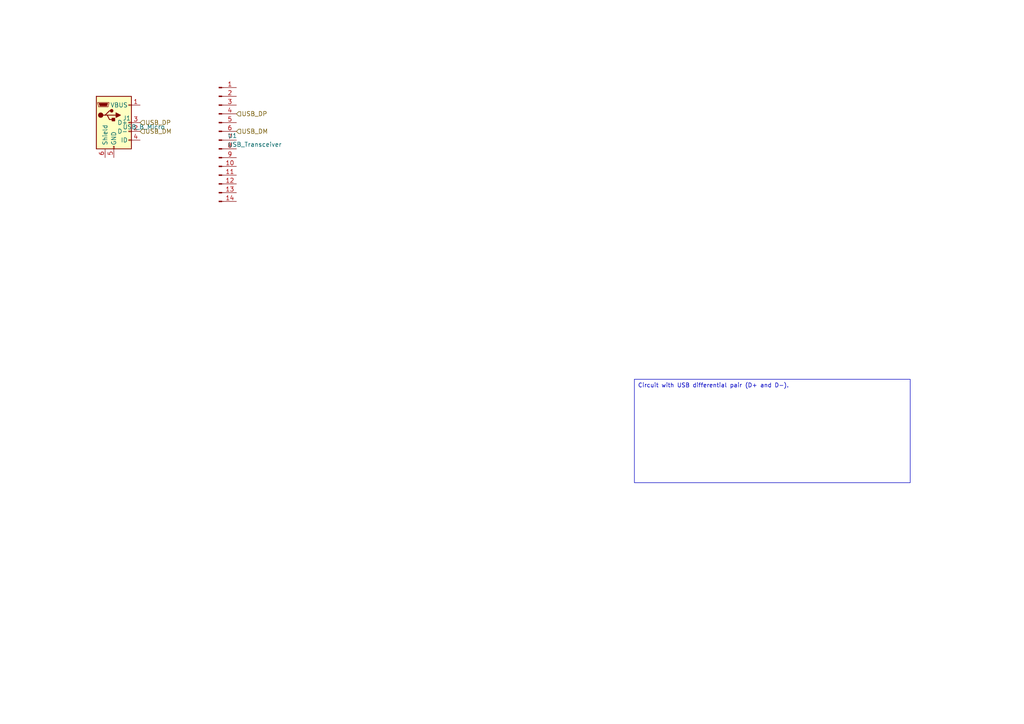
<source format=kicad_sch>
(kicad_sch (version 20250114) (generator "circuit_synth") (generator_version "0.8.36")
  (paper "A4")
  (title_block (title "usb_differential_pair"))
  (lib_symbols
    (symbol "Connector:USB_B_Micro" (pin_names (offset 1.016))
      (property "Reference" "J" (at -5.08 11.43 0))
      (property "Value" "USB_B_Micro" (at -5.08 8.89 0))
      (symbol "USB_B_Micro_0_1"
        (rectangle (start -5.08 -7.62) (end 5.08 7.62) (stroke (width 0.254)) (fill (type background)))
        (polyline (pts (xy -4.699 5.842) (xy -4.699 5.588) (xy -4.445 4.826) (xy -4.445 4.572) (xy -1.651 4.572) (xy -1.651 4.826) (xy -1.397 5.588) (xy -1.397 5.842) (xy -4.699 5.842)))
        (polyline (pts (xy -4.318 5.588) (xy -1.778 5.588) (xy -2.032 4.826) (xy -4.064 4.826) (xy -4.318 5.588)) (fill (type outline)))
        (circle (center -3.81 2.159) (radius 0.635) (stroke (width 0.254)) (fill (type outline)))
        (polyline (pts (xy -3.175 2.159) (xy -2.54 2.159) (xy -1.27 3.429) (xy -0.635 3.429)) (stroke (width 0.254)))
        (polyline (pts (xy -2.54 2.159) (xy -1.905 2.159) (xy -1.27 0.889) (xy 0 0.889)) (stroke (width 0.254)))
        (polyline (pts (xy -1.905 2.159) (xy 0.635 2.159)) (stroke (width 0.254)))
        (circle (center -0.635 3.429) (radius 0.381) (stroke (width 0.254)) (fill (type outline)))
        (rectangle (start -0.127 -7.62) (end 0.127 -6.858))
        (rectangle (start 0.254 1.27) (end -0.508 0.508) (stroke (width 0.254)) (fill (type outline)))
        (polyline (pts (xy 0.635 2.794) (xy 0.635 1.524) (xy 1.905 2.159) (xy 0.635 2.794)) (stroke (width 0.254)) (fill (type outline)))
        (rectangle (start 5.08 4.953) (end 4.318 5.207))
        (rectangle (start 5.08 -0.127) (end 4.318 0.127))
        (rectangle (start 5.08 -2.667) (end 4.318 -2.413))
        (rectangle (start 5.08 -5.207) (end 4.318 -4.953))
      )
      (symbol "USB_B_Micro_1_1"
        (pin passive line (at -2.54 -10.16 90) (length 2.54) (name "Shield") (number "6"))
        (pin power_out line (at 0 -10.16 90) (length 2.54) (name "GND") (number "5"))
        (pin power_out line (at 7.62 5.08 180) (length 2.54) (name "VBUS") (number "1"))
        (pin bidirectional line (at 7.62 0 180) (length 2.54) (name "D+") (number "3"))
        (pin bidirectional line (at 7.62 -2.54 180) (length 2.54) (name "D-") (number "2"))
        (pin passive line (at 7.62 -5.08 180) (length 2.54) (name "ID") (number "4"))
      )
    )
    (symbol "Connector:Conn_01x14_Pin" (pin_names (offset 1.016) (hide yes))
      (property "Reference" "J" (at 0 17.78 0))
      (property "Value" "Conn_01x14_Pin" (at 0 -20.32 0))
      (symbol "Conn_01x14_Pin_1_1"
        (rectangle (start 0.8636 15.367) (end 0 15.113) (stroke (width 0.1524)) (fill (type outline)))
        (rectangle (start 0.8636 12.827) (end 0 12.573) (stroke (width 0.1524)) (fill (type outline)))
        (rectangle (start 0.8636 10.287) (end 0 10.033) (stroke (width 0.1524)) (fill (type outline)))
        (rectangle (start 0.8636 7.747) (end 0 7.493) (stroke (width 0.1524)) (fill (type outline)))
        (rectangle (start 0.8636 5.207) (end 0 4.953) (stroke (width 0.1524)) (fill (type outline)))
        (rectangle (start 0.8636 2.667) (end 0 2.413) (stroke (width 0.1524)) (fill (type outline)))
        (rectangle (start 0.8636 0.127) (end 0 -0.127) (stroke (width 0.1524)) (fill (type outline)))
        (rectangle (start 0.8636 -2.413) (end 0 -2.667) (stroke (width 0.1524)) (fill (type outline)))
        (rectangle (start 0.8636 -4.953) (end 0 -5.207) (stroke (width 0.1524)) (fill (type outline)))
        (rectangle (start 0.8636 -7.493) (end 0 -7.747) (stroke (width 0.1524)) (fill (type outline)))
        (rectangle (start 0.8636 -10.033) (end 0 -10.287) (stroke (width 0.1524)) (fill (type outline)))
        (rectangle (start 0.8636 -12.573) (end 0 -12.827) (stroke (width 0.1524)) (fill (type outline)))
        (rectangle (start 0.8636 -15.113) (end 0 -15.367) (stroke (width 0.1524)) (fill (type outline)))
        (rectangle (start 0.8636 -17.653) (end 0 -17.907) (stroke (width 0.1524)) (fill (type outline)))
        (polyline (pts (xy 1.27 15.24) (xy 0.8636 15.24)) (stroke (width 0.1524)))
        (polyline (pts (xy 1.27 12.7) (xy 0.8636 12.7)) (stroke (width 0.1524)))
        (polyline (pts (xy 1.27 10.16) (xy 0.8636 10.16)) (stroke (width 0.1524)))
        (polyline (pts (xy 1.27 7.62) (xy 0.8636 7.62)) (stroke (width 0.1524)))
        (polyline (pts (xy 1.27 5.08) (xy 0.8636 5.08)) (stroke (width 0.1524)))
        (polyline (pts (xy 1.27 2.54) (xy 0.8636 2.54)) (stroke (width 0.1524)))
        (polyline (pts (xy 1.27 0) (xy 0.8636 0)) (stroke (width 0.1524)))
        (polyline (pts (xy 1.27 -2.54) (xy 0.8636 -2.54)) (stroke (width 0.1524)))
        (polyline (pts (xy 1.27 -5.08) (xy 0.8636 -5.08)) (stroke (width 0.1524)))
        (polyline (pts (xy 1.27 -7.62) (xy 0.8636 -7.62)) (stroke (width 0.1524)))
        (polyline (pts (xy 1.27 -10.16) (xy 0.8636 -10.16)) (stroke (width 0.1524)))
        (polyline (pts (xy 1.27 -12.7) (xy 0.8636 -12.7)) (stroke (width 0.1524)))
        (polyline (pts (xy 1.27 -15.24) (xy 0.8636 -15.24)) (stroke (width 0.1524)))
        (polyline (pts (xy 1.27 -17.78) (xy 0.8636 -17.78)) (stroke (width 0.1524)))
        (pin passive line (at 5.08 15.24 180) (length 3.81) (name "Pin_1") (number "1"))
        (pin passive line (at 5.08 12.7 180) (length 3.81) (name "Pin_2") (number "2"))
        (pin passive line (at 5.08 10.16 180) (length 3.81) (name "Pin_3") (number "3"))
        (pin passive line (at 5.08 7.62 180) (length 3.81) (name "Pin_4") (number "4"))
        (pin passive line (at 5.08 5.08 180) (length 3.81) (name "Pin_5") (number "5"))
        (pin passive line (at 5.08 2.54 180) (length 3.81) (name "Pin_6") (number "6"))
        (pin passive line (at 5.08 0 180) (length 3.81) (name "Pin_7") (number "7"))
        (pin passive line (at 5.08 -2.54 180) (length 3.81) (name "Pin_8") (number "8"))
        (pin passive line (at 5.08 -5.08 180) (length 3.81) (name "Pin_9") (number "9"))
        (pin passive line (at 5.08 -7.62 180) (length 3.81) (name "Pin_10") (number "10"))
        (pin passive line (at 5.08 -10.16 180) (length 3.81) (name "Pin_11") (number "11"))
        (pin passive line (at 5.08 -12.7 180) (length 3.81) (name "Pin_12") (number "12"))
        (pin passive line (at 5.08 -15.24 180) (length 3.81) (name "Pin_13") (number "13"))
        (pin passive line (at 5.08 -17.78 180) (length 3.81) (name "Pin_14") (number "14"))
      )
    )
  )
  (symbol (lib_id "Connector:USB_B_Micro") (at 33.02 35.56 0) (unit 1)
    (property "Reference" "J1" (at 35.56 34.2899 0) (effects (justify left)))
    (property "Value" "USB_B_Micro" (at 35.56 36.8299 0) (effects (justify left)))
    (property "Footprint" "Connector_USB:USB_Micro-B_Amphenol_10104110-0001LF" (effects (hide yes)))
    (property "hierarchy_path" "/bfe18b5e-ccf4-4f8b-b1bc-0f5da8aa9fa2" (effects (hide yes)))
    (property "project_name" "usb_differential_pair" (effects (hide yes)))
    (property "root_uuid" "bfe18b5e-ccf4-4f8b-b1bc-0f5da8aa9fa2" (effects (hide yes)))
  )
  (symbol (lib_id "Connector:Conn_01x14_Pin") (at 63.5 40.64 0) (unit 1)
    (property "Reference" "U1" (at 66.04 39.3699 0) (effects (justify left)))
    (property "Value" "USB_Transceiver" (at 66.04 41.9099 0) (effects (justify left)))
    (property "Footprint" "Connector_PinHeader_2.54mm:PinHeader_1x14_P2.54mm_Vertical" (effects (hide yes)))
    (property "hierarchy_path" "/bfe18b5e-ccf4-4f8b-b1bc-0f5da8aa9fa2" (effects (hide yes)))
    (property "project_name" "usb_differential_pair" (effects (hide yes)))
    (property "root_uuid" "bfe18b5e-ccf4-4f8b-b1bc-0f5da8aa9fa2" (effects (hide yes)))
  )
  (hierarchical_label "USB_DP" (shape input) (at 40.64 35.56 0.0000))
  (hierarchical_label "USB_DP" (shape input) (at 68.58 33.02 0.0000))
  (hierarchical_label "USB_DM" (shape input) (at 40.64 38.1 0.0000))
  (hierarchical_label "USB_DM" (shape input) (at 68.58 38.1 0.0000))
  (text_box "Circuit with USB differential pair (D+ and D-)." (at 184 110 0.0000) (size 80 30) (margins 1 1 1 1) (stroke (width 0.0000)) (effects (font (size 1.2 1.2)) (justify left top)))
)
</source>
